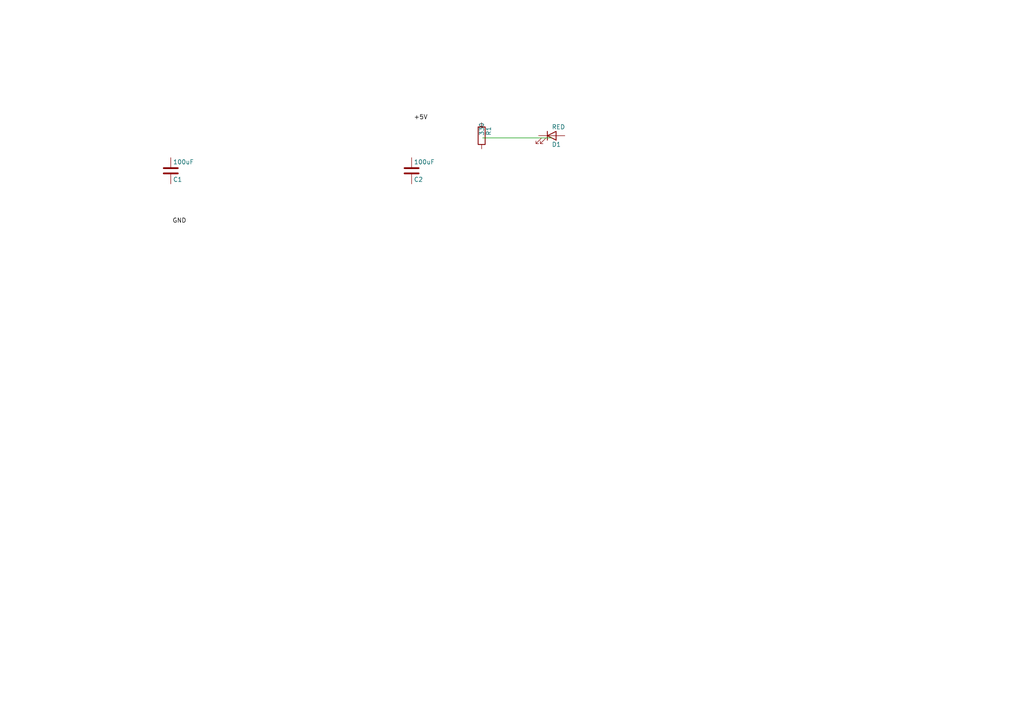
<source format=kicad_sch>
(kicad_sch (version 20250114) (generator "eeschema") (generator_version "9.0")
  (paper "A4")
  (title_block (title "test-kicad-schematic"))
  (lib_symbols
    (symbol "Device:C" (pin_numbers (hide yes)) (pin_names (offset 0.254))
      (property "Reference" "C" (at 0.635 2.54 0))
      (property "Value" "C" (at 0.635 -2.54 0))
      (symbol "C_0_1"
        (polyline (pts (xy -2.032 0.762) (xy 2.032 0.762)) (stroke (width 0.508)))
        (polyline (pts (xy -2.032 -0.762) (xy 2.032 -0.762)) (stroke (width 0.508)))
      )
      (symbol "C_1_1"
        (pin passive line (at 0 3.81 270) (length 2.794) (name "~") (number "1"))
        (pin passive line (at 0 -3.81 90) (length 2.794) (name "~") (number "2"))
      )
    )
    (symbol "Device:R" (pin_numbers (hide yes)) (pin_names (offset 0))
      (property "Reference" "R" (at 2.032 0 90))
      (property "Value" "R" (at 0 0 90))
      (symbol "R_0_1"
        (rectangle (start -1.016 -2.54) (end 1.016 2.54) (stroke (width 0.254)))
      )
      (symbol "R_1_1"
        (pin passive line (at 0 3.81 270) (length 1.27) (name "~") (number "1"))
        (pin passive line (at 0 -3.81 90) (length 1.27) (name "~") (number "2"))
      )
    )
    (symbol "Device:LED" (pin_numbers (hide yes)) (pin_names (offset 1.016) (hide yes))
      (property "Reference" "D" (at 0 2.54 0))
      (property "Value" "LED" (at 0 -2.54 0))
      (symbol "LED_0_1"
        (polyline (pts (xy -3.048 -0.762) (xy -4.572 -2.286) (xy -3.81 -2.286) (xy -4.572 -2.286) (xy -4.572 -1.524)))
        (polyline (pts (xy -1.778 -0.762) (xy -3.302 -2.286) (xy -2.54 -2.286) (xy -3.302 -2.286) (xy -3.302 -1.524)))
        (polyline (pts (xy -1.27 0) (xy 1.27 0)))
        (polyline (pts (xy -1.27 -1.27) (xy -1.27 1.27)) (stroke (width 0.254)))
        (polyline (pts (xy 1.27 -1.27) (xy 1.27 1.27) (xy -1.27 0) (xy 1.27 -1.27)) (stroke (width 0.254)))
      )
      (symbol "LED_1_1"
        (pin passive line (at -3.81 0 0) (length 2.54) (name "K") (number "1"))
        (pin passive line (at 3.81 0 180) (length 2.54) (name "A") (number "2"))
      )
    )
  )
  (symbol (lib_id "Device:C") (at 49.53 49.53 0) (unit 1)
    (property "Reference" "C1" (at 50.165 52.07 0.0000) (effects (justify left)))
    (property "Value" "100uF" (at 50.165 46.99 0.0000) (effects (justify left)))
    (property "Footprint" "Capacitor_SMD:C_0805_2012Metric" (effects (hide yes)))
  )
  (symbol (lib_id "Device:C") (at 119.38 49.53 0) (unit 1)
    (property "Reference" "C2" (at 120.015 52.07 0.0000) (effects (justify left)))
    (property "Value" "100uF" (at 120.015 46.99 0.0000) (effects (justify left)))
    (property "Footprint" "Capacitor_SMD:C_0805_2012Metric" (effects (hide yes)))
  )
  (symbol (lib_id "Device:R") (at 139.7 39.37 0) (unit 1)
    (property "Reference" "R1" (at 141.732 39.37 90) (effects (justify left)))
    (property "Value" "330" (at 139.7 39.37 90) (effects (justify left)))
    (property "Footprint" "Resistor_SMD:R_0805_2012Metric" (effects (hide yes)))
  )
  (symbol (lib_id "Device:LED") (at 160.02 39.37 0) (unit 1)
    (property "Reference" "D1" (at 160.02 41.91 0.0000) (effects (justify left)))
    (property "Value" "RED" (at 160.02 36.83 0.0000) (effects (justify left)))
    (property "Footprint" "LED_SMD:LED_0805_2012Metric" (effects (hide yes)))
  )
  (wire (pts (xy 140 40) (xy 160 40)))
  (label "+5V" (at 120 35 0.0000))
  (label "GND" (at 50 65 0.0000))
)
</source>
